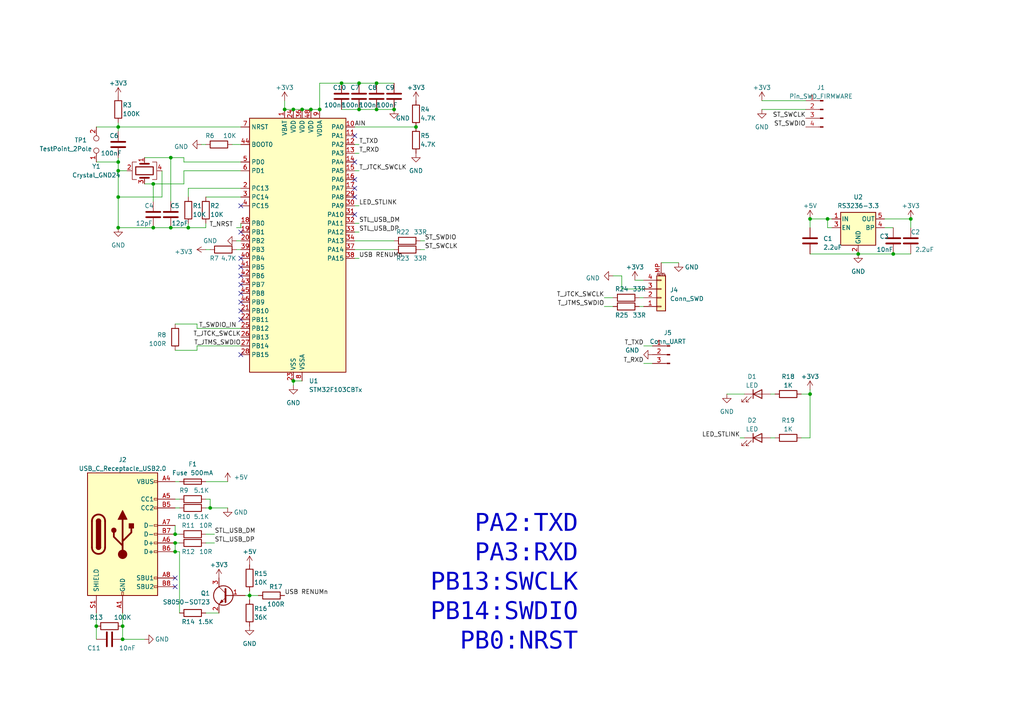
<source format=kicad_sch>
(kicad_sch (version 20230121) (generator eeschema)
  (paper "A4")
  (lib_symbols
    (symbol "Connector:Conn_01x03_Pin" (pin_names (offset 1.016) hide)
      (property "Reference" "J" (at 0 5.08 0))
      (property "Value" "Conn_01x03_Pin" (at 0 -5.08 0))
      (symbol "Conn_01x03_Pin_1_1"
        (polyline (pts (xy 1.27 -2.54) (xy 0.8636 -2.54)) (stroke (width 0.1524)))
        (polyline (pts (xy 1.27 0) (xy 0.8636 0)) (stroke (width 0.1524)))
        (polyline (pts (xy 1.27 2.54) (xy 0.8636 2.54)) (stroke (width 0.1524)))
        (rectangle (start 0.8636 -2.413) (end 0 -2.667) (stroke (width 0.1524)) (fill (type outline)))
        (rectangle (start 0.8636 0.127) (end 0 -0.127) (stroke (width 0.1524)) (fill (type outline)))
        (rectangle (start 0.8636 2.667) (end 0 2.413) (stroke (width 0.1524)) (fill (type outline)))
        (pin passive line (at 5.08 2.54 180) (length 3.81) (name "Pin_1") (number "1"))
        (pin passive line (at 5.08 0 180) (length 3.81) (name "Pin_2") (number "2"))
        (pin passive line (at 5.08 -2.54 180) (length 3.81) (name "Pin_3") (number "3"))
      )
    )
    (symbol "Connector:Conn_01x04_Pin" (pin_names (offset 1.016) hide)
      (property "Reference" "J" (at 0 5.08 0))
      (property "Value" "Conn_01x04_Pin" (at 0 -7.62 0))
      (symbol "Conn_01x04_Pin_1_1"
        (polyline (pts (xy 1.27 -5.08) (xy 0.8636 -5.08)) (stroke (width 0.1524)))
        (polyline (pts (xy 1.27 -2.54) (xy 0.8636 -2.54)) (stroke (width 0.1524)))
        (polyline (pts (xy 1.27 0) (xy 0.8636 0)) (stroke (width 0.1524)))
        (polyline (pts (xy 1.27 2.54) (xy 0.8636 2.54)) (stroke (width 0.1524)))
        (rectangle (start 0.8636 -4.953) (end 0 -5.207) (stroke (width 0.1524)) (fill (type outline)))
        (rectangle (start 0.8636 -2.413) (end 0 -2.667) (stroke (width 0.1524)) (fill (type outline)))
        (rectangle (start 0.8636 0.127) (end 0 -0.127) (stroke (width 0.1524)) (fill (type outline)))
        (rectangle (start 0.8636 2.667) (end 0 2.413) (stroke (width 0.1524)) (fill (type outline)))
        (pin passive line (at 5.08 2.54 180) (length 3.81) (name "Pin_1") (number "1"))
        (pin passive line (at 5.08 0 180) (length 3.81) (name "Pin_2") (number "2"))
        (pin passive line (at 5.08 -2.54 180) (length 3.81) (name "Pin_3") (number "3"))
        (pin passive line (at 5.08 -5.08 180) (length 3.81) (name "Pin_4") (number "4"))
      )
    )
    (symbol "Connector:TestPoint_2Pole" (pin_names (offset 0.762) hide)
      (property "Reference" "TP" (at 0 1.524 0))
      (property "Value" "TestPoint_2Pole" (at 0 -1.778 0))
      (symbol "TestPoint_2Pole_0_1"
        (circle (center -1.778 0) (radius 0.762))
        (circle (center 1.778 0) (radius 0.762))
        (pin passive line (at -5.08 0 0) (length 2.54) (name "1") (number "1"))
        (pin passive line (at 5.08 0 180) (length 2.54) (name "2") (number "2"))
      )
    )
    (symbol "Connector:USB_C_Receptacle_USB2.0" (pin_names (offset 1.016))
      (property "Reference" "J" (at -10.16 19.05 0))
      (property "Value" "USB_C_Receptacle_USB2.0" (at 19.05 19.05 0))
      (symbol "USB_C_Receptacle_USB2.0_0_0"
        (rectangle (start -0.254 -17.78) (end 0.254 -16.764))
        (rectangle (start 10.16 -14.986) (end 9.144 -15.494))
        (rectangle (start 10.16 -12.446) (end 9.144 -12.954))
        (rectangle (start 10.16 -4.826) (end 9.144 -5.334))
        (rectangle (start 10.16 -2.286) (end 9.144 -2.794))
        (rectangle (start 10.16 0.254) (end 9.144 -0.254))
        (rectangle (start 10.16 2.794) (end 9.144 2.286))
        (rectangle (start 10.16 7.874) (end 9.144 7.366))
        (rectangle (start 10.16 10.414) (end 9.144 9.906))
        (rectangle (start 10.16 15.494) (end 9.144 14.986))
      )
      (symbol "USB_C_Receptacle_USB2.0_0_1"
        (rectangle (start -10.16 17.78) (end 10.16 -17.78) (stroke (width 0.254)) (fill (type background)))
        (arc (start -8.89 -3.81) (mid -6.985 -5.7067) (end -5.08 -3.81) (stroke (width 0.508)))
        (arc (start -7.62 -3.81) (mid -6.985 -4.4423) (end -6.35 -3.81) (stroke (width 0.254)))
        (arc (start -7.62 -3.81) (mid -6.985 -4.4423) (end -6.35 -3.81) (stroke (width 0.254)) (fill (type outline)))
        (rectangle (start -7.62 -3.81) (end -6.35 3.81) (stroke (width 0.254)) (fill (type outline)))
        (arc (start -6.35 3.81) (mid -6.985 4.4423) (end -7.62 3.81) (stroke (width 0.254)))
        (arc (start -6.35 3.81) (mid -6.985 4.4423) (end -7.62 3.81) (stroke (width 0.254)) (fill (type outline)))
        (arc (start -5.08 3.81) (mid -6.985 5.7067) (end -8.89 3.81) (stroke (width 0.508)))
        (circle (center -2.54 1.143) (radius 0.635) (stroke (width 0.254)) (fill (type outline)))
        (circle (center 0 -5.842) (radius 1.27) (fill (type outline)))
        (polyline (pts (xy -8.89 -3.81) (xy -8.89 3.81)) (stroke (width 0.508)))
        (polyline (pts (xy -5.08 3.81) (xy -5.08 -3.81)) (stroke (width 0.508)))
        (polyline (pts (xy 0 -5.842) (xy 0 4.318)) (stroke (width 0.508)))
        (polyline (pts (xy 0 -3.302) (xy -2.54 -0.762) (xy -2.54 0.508)) (stroke (width 0.508)))
        (polyline (pts (xy 0 -2.032) (xy 2.54 0.508) (xy 2.54 1.778)) (stroke (width 0.508)))
        (polyline (pts (xy -1.27 4.318) (xy 0 6.858) (xy 1.27 4.318) (xy -1.27 4.318)) (stroke (width 0.254)) (fill (type outline)))
        (rectangle (start 1.905 1.778) (end 3.175 3.048) (stroke (width 0.254)) (fill (type outline)))
      )
      (symbol "USB_C_Receptacle_USB2.0_1_1"
        (pin passive line (at 0 -22.86 90) (length 5.08) (name "GND") (number "A1"))
        (pin passive line (at 0 -22.86 90) (length 5.08) hide (name "GND") (number "A12"))
        (pin passive line (at 15.24 15.24 180) (length 5.08) (name "VBUS") (number "A4"))
        (pin bidirectional line (at 15.24 10.16 180) (length 5.08) (name "CC1") (number "A5"))
        (pin bidirectional line (at 15.24 -2.54 180) (length 5.08) (name "D+") (number "A6"))
        (pin bidirectional line (at 15.24 2.54 180) (length 5.08) (name "D-") (number "A7"))
        (pin bidirectional line (at 15.24 -12.7 180) (length 5.08) (name "SBU1") (number "A8"))
        (pin passive line (at 15.24 15.24 180) (length 5.08) hide (name "VBUS") (number "A9"))
        (pin passive line (at 0 -22.86 90) (length 5.08) hide (name "GND") (number "B1"))
        (pin passive line (at 0 -22.86 90) (length 5.08) hide (name "GND") (number "B12"))
        (pin passive line (at 15.24 15.24 180) (length 5.08) hide (name "VBUS") (number "B4"))
        (pin bidirectional line (at 15.24 7.62 180) (length 5.08) (name "CC2") (number "B5"))
        (pin bidirectional line (at 15.24 -5.08 180) (length 5.08) (name "D+") (number "B6"))
        (pin bidirectional line (at 15.24 0 180) (length 5.08) (name "D-") (number "B7"))
        (pin bidirectional line (at 15.24 -15.24 180) (length 5.08) (name "SBU2") (number "B8"))
        (pin passive line (at 15.24 15.24 180) (length 5.08) hide (name "VBUS") (number "B9"))
        (pin passive line (at -7.62 -22.86 90) (length 5.08) (name "SHIELD") (number "S1"))
      )
    )
    (symbol "Connector_Generic_MountingPin:Conn_01x04_MountingPin" (pin_names (offset 1.016) hide)
      (property "Reference" "J" (at 0 5.08 0))
      (property "Value" "Conn_01x04_MountingPin" (at 1.27 -7.62 0))
      (symbol "Conn_01x04_MountingPin_1_1"
        (rectangle (start -1.27 -4.953) (end 0 -5.207) (stroke (width 0.1524)))
        (rectangle (start -1.27 -2.413) (end 0 -2.667) (stroke (width 0.1524)))
        (rectangle (start -1.27 0.127) (end 0 -0.127) (stroke (width 0.1524)))
        (rectangle (start -1.27 2.667) (end 0 2.413) (stroke (width 0.1524)))
        (rectangle (start -1.27 3.81) (end 1.27 -6.35) (stroke (width 0.254)) (fill (type background)))
        (polyline (pts (xy -1.016 -7.112) (xy 1.016 -7.112)) (stroke (width 0.1524)))
        (text "Mounting" (at 0 -6.731 0) (effects (font (size 0.381 0.381))))
        (pin passive line (at -5.08 2.54 0) (length 3.81) (name "Pin_1") (number "1"))
        (pin passive line (at -5.08 0 0) (length 3.81) (name "Pin_2") (number "2"))
        (pin passive line (at -5.08 -2.54 0) (length 3.81) (name "Pin_3") (number "3"))
        (pin passive line (at -5.08 -5.08 0) (length 3.81) (name "Pin_4") (number "4"))
        (pin passive line (at 0 -10.16 90) (length 3.048) (name "MountPin") (number "MP"))
      )
    )
    (symbol "Device:C" (pin_numbers hide) (pin_names (offset 0.254))
      (property "Reference" "C" (at 0.635 2.54 0))
      (property "Value" "C" (at 0.635 -2.54 0))
      (symbol "C_0_1"
        (polyline (pts (xy -2.032 -0.762) (xy 2.032 -0.762)) (stroke (width 0.508)))
        (polyline (pts (xy -2.032 0.762) (xy 2.032 0.762)) (stroke (width 0.508)))
      )
      (symbol "C_1_1"
        (pin passive line (at 0 3.81 270) (length 2.794) (name "~") (number "1"))
        (pin passive line (at 0 -3.81 90) (length 2.794) (name "~") (number "2"))
      )
    )
    (symbol "Device:Crystal_GND24" (pin_names (offset 1.016) hide)
      (property "Reference" "Y" (at 3.175 5.08 0))
      (property "Value" "Crystal_GND24" (at 3.175 3.175 0))
      (symbol "Crystal_GND24_0_1"
        (rectangle (start -1.143 2.54) (end 1.143 -2.54) (stroke (width 0.3048)))
        (polyline (pts (xy -2.54 0) (xy -2.032 0)))
        (polyline (pts (xy -2.032 -1.27) (xy -2.032 1.27)) (stroke (width 0.508)))
        (polyline (pts (xy 0 -3.81) (xy 0 -3.556)))
        (polyline (pts (xy 0 3.556) (xy 0 3.81)))
        (polyline (pts (xy 2.032 -1.27) (xy 2.032 1.27)) (stroke (width 0.508)))
        (polyline (pts (xy 2.032 0) (xy 2.54 0)))
        (polyline (pts (xy -2.54 -2.286) (xy -2.54 -3.556) (xy 2.54 -3.556) (xy 2.54 -2.286)))
        (polyline (pts (xy -2.54 2.286) (xy -2.54 3.556) (xy 2.54 3.556) (xy 2.54 2.286)))
      )
      (symbol "Crystal_GND24_1_1"
        (pin passive line (at -3.81 0 0) (length 1.27) (name "1") (number "1"))
        (pin passive line (at 0 5.08 270) (length 1.27) (name "2") (number "2"))
        (pin passive line (at 3.81 0 180) (length 1.27) (name "3") (number "3"))
        (pin passive line (at 0 -5.08 90) (length 1.27) (name "4") (number "4"))
      )
    )
    (symbol "Device:Fuse" (pin_numbers hide) (pin_names (offset 0))
      (property "Reference" "F" (at 2.032 0 90))
      (property "Value" "Fuse" (at -1.905 0 90))
      (symbol "Fuse_0_1"
        (rectangle (start -0.762 -2.54) (end 0.762 2.54) (stroke (width 0.254)))
        (polyline (pts (xy 0 2.54) (xy 0 -2.54)))
      )
      (symbol "Fuse_1_1"
        (pin passive line (at 0 3.81 270) (length 1.27) (name "~") (number "1"))
        (pin passive line (at 0 -3.81 90) (length 1.27) (name "~") (number "2"))
      )
    )
    (symbol "Device:LED" (pin_numbers hide) (pin_names (offset 1.016) hide)
      (property "Reference" "D" (at 0 2.54 0))
      (property "Value" "LED" (at 0 -2.54 0))
      (symbol "LED_0_1"
        (polyline (pts (xy -1.27 -1.27) (xy -1.27 1.27)) (stroke (width 0.254)))
        (polyline (pts (xy -1.27 0) (xy 1.27 0)))
        (polyline (pts (xy 1.27 -1.27) (xy 1.27 1.27) (xy -1.27 0) (xy 1.27 -1.27)) (stroke (width 0.254)))
        (polyline (pts (xy -3.048 -0.762) (xy -4.572 -2.286) (xy -3.81 -2.286) (xy -4.572 -2.286) (xy -4.572 -1.524)))
        (polyline (pts (xy -1.778 -0.762) (xy -3.302 -2.286) (xy -2.54 -2.286) (xy -3.302 -2.286) (xy -3.302 -1.524)))
      )
      (symbol "LED_1_1"
        (pin passive line (at -3.81 0 0) (length 2.54) (name "K") (number "1"))
        (pin passive line (at 3.81 0 180) (length 2.54) (name "A") (number "2"))
      )
    )
    (symbol "Device:R" (pin_numbers hide) (pin_names (offset 0))
      (property "Reference" "R" (at 2.032 0 90))
      (property "Value" "R" (at 0 0 90))
      (symbol "R_0_1"
        (rectangle (start -1.016 -2.54) (end 1.016 2.54) (stroke (width 0.254)))
      )
      (symbol "R_1_1"
        (pin passive line (at 0 3.81 270) (length 1.27) (name "~") (number "1"))
        (pin passive line (at 0 -3.81 90) (length 1.27) (name "~") (number "2"))
      )
    )
    (symbol "MCU_ST_STM32F1:STM32F103CBTx"
      (property "Reference" "U" (at -12.7 39.37 0))
      (property "Value" "STM32F103CBTx" (at 10.16 39.37 0))
      (symbol "STM32F103CBTx_0_1"
        (rectangle (start -12.7 -35.56) (end 15.24 38.1) (stroke (width 0.254)) (fill (type background)))
      )
      (symbol "STM32F103CBTx_1_1"
        (pin power_in line (at -2.54 40.64 270) (length 2.54) (name "VBAT") (number "1"))
        (pin bidirectional line (at 17.78 35.56 180) (length 2.54) (name "PA0") (number "10"))
        (pin bidirectional line (at 17.78 33.02 180) (length 2.54) (name "PA1") (number "11"))
        (pin bidirectional line (at 17.78 30.48 180) (length 2.54) (name "PA2") (number "12"))
        (pin bidirectional line (at 17.78 27.94 180) (length 2.54) (name "PA3") (number "13"))
        (pin bidirectional line (at 17.78 25.4 180) (length 2.54) (name "PA4") (number "14"))
        (pin bidirectional line (at 17.78 22.86 180) (length 2.54) (name "PA5") (number "15"))
        (pin bidirectional line (at 17.78 20.32 180) (length 2.54) (name "PA6") (number "16"))
        (pin bidirectional line (at 17.78 17.78 180) (length 2.54) (name "PA7") (number "17"))
        (pin bidirectional line (at -15.24 7.62 0) (length 2.54) (name "PB0") (number "18"))
        (pin bidirectional line (at -15.24 5.08 0) (length 2.54) (name "PB1") (number "19"))
        (pin bidirectional line (at -15.24 17.78 0) (length 2.54) (name "PC13") (number "2"))
        (pin bidirectional line (at -15.24 2.54 0) (length 2.54) (name "PB2") (number "20"))
        (pin bidirectional line (at -15.24 -17.78 0) (length 2.54) (name "PB10") (number "21"))
        (pin bidirectional line (at -15.24 -20.32 0) (length 2.54) (name "PB11") (number "22"))
        (pin power_in line (at 0 -38.1 90) (length 2.54) (name "VSS") (number "23"))
        (pin power_in line (at 0 40.64 270) (length 2.54) (name "VDD") (number "24"))
        (pin bidirectional line (at -15.24 -22.86 0) (length 2.54) (name "PB12") (number "25"))
        (pin bidirectional line (at -15.24 -25.4 0) (length 2.54) (name "PB13") (number "26"))
        (pin bidirectional line (at -15.24 -27.94 0) (length 2.54) (name "PB14") (number "27"))
        (pin bidirectional line (at -15.24 -30.48 0) (length 2.54) (name "PB15") (number "28"))
        (pin bidirectional line (at 17.78 15.24 180) (length 2.54) (name "PA8") (number "29"))
        (pin bidirectional line (at -15.24 15.24 0) (length 2.54) (name "PC14") (number "3"))
        (pin bidirectional line (at 17.78 12.7 180) (length 2.54) (name "PA9") (number "30"))
        (pin bidirectional line (at 17.78 10.16 180) (length 2.54) (name "PA10") (number "31"))
        (pin bidirectional line (at 17.78 7.62 180) (length 2.54) (name "PA11") (number "32"))
        (pin bidirectional line (at 17.78 5.08 180) (length 2.54) (name "PA12") (number "33"))
        (pin bidirectional line (at 17.78 2.54 180) (length 2.54) (name "PA13") (number "34"))
        (pin passive line (at 0 -38.1 90) (length 2.54) hide (name "VSS") (number "35"))
        (pin power_in line (at 2.54 40.64 270) (length 2.54) (name "VDD") (number "36"))
        (pin bidirectional line (at 17.78 0 180) (length 2.54) (name "PA14") (number "37"))
        (pin bidirectional line (at 17.78 -2.54 180) (length 2.54) (name "PA15") (number "38"))
        (pin bidirectional line (at -15.24 0 0) (length 2.54) (name "PB3") (number "39"))
        (pin bidirectional line (at -15.24 12.7 0) (length 2.54) (name "PC15") (number "4"))
        (pin bidirectional line (at -15.24 -2.54 0) (length 2.54) (name "PB4") (number "40"))
        (pin bidirectional line (at -15.24 -5.08 0) (length 2.54) (name "PB5") (number "41"))
        (pin bidirectional line (at -15.24 -7.62 0) (length 2.54) (name "PB6") (number "42"))
        (pin bidirectional line (at -15.24 -10.16 0) (length 2.54) (name "PB7") (number "43"))
        (pin input line (at -15.24 30.48 0) (length 2.54) (name "BOOT0") (number "44"))
        (pin bidirectional line (at -15.24 -12.7 0) (length 2.54) (name "PB8") (number "45"))
        (pin bidirectional line (at -15.24 -15.24 0) (length 2.54) (name "PB9") (number "46"))
        (pin passive line (at 0 -38.1 90) (length 2.54) hide (name "VSS") (number "47"))
        (pin power_in line (at 5.08 40.64 270) (length 2.54) (name "VDD") (number "48"))
        (pin bidirectional line (at -15.24 25.4 0) (length 2.54) (name "PD0") (number "5"))
        (pin bidirectional line (at -15.24 22.86 0) (length 2.54) (name "PD1") (number "6"))
        (pin input line (at -15.24 35.56 0) (length 2.54) (name "NRST") (number "7"))
        (pin power_in line (at 2.54 -38.1 90) (length 2.54) (name "VSSA") (number "8"))
        (pin power_in line (at 7.62 40.64 270) (length 2.54) (name "VDDA") (number "9"))
      )
    )
    (symbol "Regulator_Linear:SPX3819M5-L-3-3" (pin_names (offset 0.254))
      (property "Reference" "U" (at -3.81 5.715 0))
      (property "Value" "SPX3819M5-L-3-3" (at 0 5.715 0))
      (symbol "SPX3819M5-L-3-3_0_1"
        (rectangle (start -5.08 4.445) (end 5.08 -5.08) (stroke (width 0.254)) (fill (type background)))
      )
      (symbol "SPX3819M5-L-3-3_1_1"
        (pin power_in line (at -7.62 2.54 0) (length 2.54) (name "IN") (number "1"))
        (pin power_in line (at 0 -7.62 90) (length 2.54) (name "GND") (number "2"))
        (pin input line (at -7.62 0 0) (length 2.54) (name "EN") (number "3"))
        (pin input line (at 7.62 0 180) (length 2.54) (name "BP") (number "4"))
        (pin power_out line (at 7.62 2.54 180) (length 2.54) (name "OUT") (number "5"))
      )
    )
    (symbol "Transistor_BJT:BC817" (pin_names (offset 0) hide)
      (property "Reference" "Q" (at 5.08 1.905 0))
      (property "Value" "BC817" (at 5.08 0 0))
      (symbol "BC817_0_1"
        (polyline (pts (xy 0.635 0.635) (xy 2.54 2.54)))
        (polyline (pts (xy 0.635 -0.635) (xy 2.54 -2.54) (xy 2.54 -2.54)))
        (polyline (pts (xy 0.635 1.905) (xy 0.635 -1.905) (xy 0.635 -1.905)) (stroke (width 0.508)))
        (polyline (pts (xy 1.27 -1.778) (xy 1.778 -1.27) (xy 2.286 -2.286) (xy 1.27 -1.778) (xy 1.27 -1.778)) (fill (type outline)))
        (circle (center 1.27 0) (radius 2.8194) (stroke (width 0.254)))
      )
      (symbol "BC817_1_1"
        (pin input line (at -5.08 0 0) (length 5.715) (name "B") (number "1"))
        (pin passive line (at 2.54 -5.08 90) (length 2.54) (name "E") (number "2"))
        (pin passive line (at 2.54 5.08 270) (length 2.54) (name "C") (number "3"))
      )
    )
    (symbol "power:+3V3" (power) (pin_names (offset 0))
      (property "Value" "+3V3" (at 0 3.556 0))
      (symbol "+3V3_0_1"
        (polyline (pts (xy -0.762 1.27) (xy 0 2.54)))
        (polyline (pts (xy 0 0) (xy 0 2.54)))
        (polyline (pts (xy 0 2.54) (xy 0.762 1.27)))
      )
      (symbol "+3V3_1_1"
        (pin power_in line (at 0 0 90) (length 0) hide (name "+3V3") (number "1"))
      )
    )
    (symbol "power:+5V" (power) (pin_names (offset 0))
      (property "Value" "+5V" (at 0 3.556 0))
      (symbol "+5V_0_1"
        (polyline (pts (xy -0.762 1.27) (xy 0 2.54)))
        (polyline (pts (xy 0 0) (xy 0 2.54)))
        (polyline (pts (xy 0 2.54) (xy 0.762 1.27)))
      )
      (symbol "+5V_1_1"
        (pin power_in line (at 0 0 90) (length 0) hide (name "+5V") (number "1"))
      )
    )
    (symbol "power:GND" (power) (pin_names (offset 0))
      (property "Value" "GND" (at 0 -3.81 0))
      (symbol "GND_0_1"
        (polyline (pts (xy 0 0) (xy 0 -1.27) (xy 1.27 -1.27) (xy 0 -2.54) (xy -1.27 -1.27) (xy 0 -1.27)))
      )
      (symbol "GND_1_1"
        (pin power_in line (at 0 0 270) (length 0) hide (name "GND") (number "1"))
      )
    )
  )
  (junction (at 92.71 31.75))
  (junction (at 104.14 31.75))
  (junction (at 99.06 24.13))
  (junction (at 50.8 157.48))
  (junction (at 109.22 24.13))
  (junction (at 35.56 181.61))
  (junction (at 49.53 66.04))
  (junction (at 259.08 73.66))
  (junction (at 72.39 172.72))
  (junction (at 34.29 49.53))
  (junction (at 35.56 185.42))
  (junction (at 50.8 160.02))
  (junction (at 264.16 63.5))
  (junction (at 90.17 31.75))
  (junction (at 248.92 73.66))
  (junction (at 54.61 66.04))
  (junction (at 44.45 66.04))
  (junction (at 104.14 24.13))
  (junction (at 60.96 147.32))
  (junction (at 50.8 154.94))
  (junction (at 234.95 63.5))
  (junction (at 240.03 63.5))
  (junction (at 120.65 36.83))
  (junction (at 82.55 31.75))
  (junction (at 34.29 66.04))
  (junction (at 85.09 110.49))
  (junction (at 234.95 114.3))
  (junction (at 27.94 181.61))
  (junction (at 49.53 45.72))
  (junction (at 85.09 31.75))
  (junction (at 34.29 36.83))
  (junction (at 109.22 31.75))
  (junction (at 44.45 53.34))
  (junction (at 34.29 57.15))
  (junction (at 87.63 31.75))
  (junction (at 34.29 46.99))
  (junction (at 114.3 31.75))
  (no_connect (at 102.87 57.15))
  (no_connect (at 102.87 39.37))
  (no_connect (at 69.85 87.63))
  (no_connect (at 69.85 102.87))
  (no_connect (at 50.8 170.18))
  (no_connect (at 69.85 85.09))
  (no_connect (at 69.85 92.71))
  (no_connect (at 102.87 46.99))
  (no_connect (at 102.87 52.07))
  (no_connect (at 69.85 74.93))
  (no_connect (at 69.85 59.69))
  (no_connect (at 69.85 80.01))
  (no_connect (at 50.8 167.64))
  (no_connect (at 69.85 77.47))
  (no_connect (at 69.85 82.55))
  (no_connect (at 69.85 90.17))
  (no_connect (at 102.87 62.23))
  (no_connect (at 102.87 54.61))
  (no_connect (at 69.85 67.31))
  (wire (pts (xy 90.17 31.75) (xy 92.71 31.75)))
  (wire (pts (xy 59.69 157.48) (xy 62.23 157.48)))
  (wire (pts (xy 72.39 172.72) (xy 74.93 172.72)))
  (wire (pts (xy 53.34 45.72) (xy 49.53 45.72)))
  (wire (pts (xy 220.98 29.21) (xy 233.68 29.21)))
  (wire (pts (xy 54.61 64.77) (xy 54.61 66.04)))
  (wire (pts (xy 53.34 46.99) (xy 69.85 46.99)))
  (wire (pts (xy 234.95 63.5) (xy 234.95 66.04)))
  (wire (pts (xy 220.98 31.75) (xy 233.68 31.75)))
  (wire (pts (xy 71.12 172.72) (xy 72.39 172.72)))
  (wire (pts (xy 104.14 31.75) (xy 109.22 31.75)))
  (wire (pts (xy 180.34 83.82) (xy 186.69 83.82)))
  (wire (pts (xy 34.29 35.56) (xy 34.29 36.83)))
  (wire (pts (xy 52.07 160.02) (xy 50.8 160.02)))
  (wire (pts (xy 67.31 41.91) (xy 69.85 41.91)))
  (wire (pts (xy 185.42 88.9) (xy 186.69 88.9)))
  (wire (pts (xy 46.99 49.53) (xy 46.99 57.15)))
  (wire (pts (xy 50.8 152.4) (xy 50.8 154.94)))
  (wire (pts (xy 52.07 154.94) (xy 50.8 154.94)))
  (wire (pts (xy 36.83 49.53) (xy 34.29 49.53)))
  (wire (pts (xy 53.34 46.99) (xy 53.34 45.72)))
  (wire (pts (xy 60.96 147.32) (xy 66.04 147.32)))
  (wire (pts (xy 41.91 53.34) (xy 44.45 53.34)))
  (wire (pts (xy 87.63 31.75) (xy 90.17 31.75)))
  (wire (pts (xy 34.29 66.04) (xy 44.45 66.04)))
  (wire (pts (xy 46.99 57.15) (xy 34.29 57.15)))
  (wire (pts (xy 50.8 157.48) (xy 52.07 157.48)))
  (wire (pts (xy 35.56 181.61) (xy 35.56 185.42)))
  (wire (pts (xy 123.19 72.39) (xy 121.92 72.39)))
  (wire (pts (xy 34.29 36.83) (xy 69.85 36.83)))
  (wire (pts (xy 59.69 72.39) (xy 60.96 72.39)))
  (wire (pts (xy 50.8 157.48) (xy 50.8 160.02)))
  (wire (pts (xy 69.85 54.61) (xy 54.61 54.61)))
  (wire (pts (xy 59.69 177.8) (xy 63.5 177.8)))
  (wire (pts (xy 175.26 88.9) (xy 177.8 88.9)))
  (wire (pts (xy 85.09 31.75) (xy 87.63 31.75)))
  (wire (pts (xy 59.69 139.7) (xy 66.04 139.7)))
  (wire (pts (xy 34.29 66.04) (xy 34.29 57.15)))
  (wire (pts (xy 184.15 81.28) (xy 186.69 81.28)))
  (wire (pts (xy 123.19 69.85) (xy 121.92 69.85)))
  (wire (pts (xy 34.29 45.72) (xy 34.29 46.99)))
  (wire (pts (xy 34.29 46.99) (xy 34.29 49.53)))
  (wire (pts (xy 104.14 67.31) (xy 102.87 67.31)))
  (wire (pts (xy 214.63 127) (xy 215.9 127)))
  (wire (pts (xy 59.69 66.04) (xy 59.69 64.77)))
  (wire (pts (xy 72.39 172.72) (xy 72.39 173.99)))
  (wire (pts (xy 104.14 24.13) (xy 99.06 24.13)))
  (wire (pts (xy 44.45 53.34) (xy 44.45 58.42)))
  (wire (pts (xy 59.69 144.78) (xy 60.96 144.78)))
  (wire (pts (xy 57.15 95.25) (xy 69.85 95.25)))
  (wire (pts (xy 60.96 144.78) (xy 60.96 147.32)))
  (wire (pts (xy 49.53 45.72) (xy 49.53 58.42)))
  (wire (pts (xy 210.82 114.3) (xy 215.9 114.3)))
  (wire (pts (xy 57.15 100.33) (xy 69.85 100.33)))
  (wire (pts (xy 234.95 113.03) (xy 234.95 114.3)))
  (wire (pts (xy 27.94 181.61) (xy 27.94 185.42)))
  (wire (pts (xy 35.56 185.42) (xy 41.91 185.42)))
  (wire (pts (xy 264.16 63.5) (xy 264.16 66.04)))
  (wire (pts (xy 35.56 177.8) (xy 35.56 181.61)))
  (wire (pts (xy 50.8 144.78) (xy 52.07 144.78)))
  (wire (pts (xy 50.8 139.7) (xy 52.07 139.7)))
  (wire (pts (xy 240.03 66.04) (xy 240.03 63.5)))
  (wire (pts (xy 57.15 93.98) (xy 57.15 95.25)))
  (wire (pts (xy 72.39 171.45) (xy 72.39 172.72)))
  (wire (pts (xy 50.8 93.98) (xy 57.15 93.98)))
  (wire (pts (xy 82.55 31.75) (xy 85.09 31.75)))
  (wire (pts (xy 234.95 114.3) (xy 232.41 114.3)))
  (wire (pts (xy 186.69 100.33) (xy 189.23 100.33)))
  (wire (pts (xy 234.95 127) (xy 234.95 114.3)))
  (wire (pts (xy 241.3 66.04) (xy 240.03 66.04)))
  (wire (pts (xy 53.34 49.53) (xy 69.85 49.53)))
  (wire (pts (xy 175.26 86.36) (xy 177.8 86.36)))
  (wire (pts (xy 99.06 24.13) (xy 92.71 24.13)))
  (wire (pts (xy 69.85 57.15) (xy 59.69 57.15)))
  (wire (pts (xy 102.87 36.83) (xy 120.65 36.83)))
  (wire (pts (xy 104.14 41.91) (xy 102.87 41.91)))
  (wire (pts (xy 68.58 72.39) (xy 69.85 72.39)))
  (wire (pts (xy 59.69 147.32) (xy 60.96 147.32)))
  (wire (pts (xy 234.95 63.5) (xy 240.03 63.5)))
  (wire (pts (xy 69.85 66.04) (xy 69.85 64.77)))
  (wire (pts (xy 104.14 59.69) (xy 102.87 59.69)))
  (wire (pts (xy 27.94 36.83) (xy 34.29 36.83)))
  (wire (pts (xy 104.14 49.53) (xy 102.87 49.53)))
  (wire (pts (xy 223.52 127) (xy 224.79 127)))
  (wire (pts (xy 177.8 80.01) (xy 180.34 80.01)))
  (wire (pts (xy 240.03 63.5) (xy 241.3 63.5)))
  (wire (pts (xy 180.34 80.01) (xy 180.34 83.82)))
  (wire (pts (xy 92.71 24.13) (xy 92.71 31.75)))
  (wire (pts (xy 256.54 63.5) (xy 264.16 63.5)))
  (wire (pts (xy 232.41 127) (xy 234.95 127)))
  (wire (pts (xy 224.79 114.3) (xy 223.52 114.3)))
  (wire (pts (xy 68.58 66.04) (xy 69.85 66.04)))
  (wire (pts (xy 104.14 44.45) (xy 102.87 44.45)))
  (wire (pts (xy 62.23 154.94) (xy 59.69 154.94)))
  (wire (pts (xy 85.09 110.49) (xy 85.09 111.76)))
  (wire (pts (xy 256.54 66.04) (xy 259.08 66.04)))
  (wire (pts (xy 248.92 73.66) (xy 259.08 73.66)))
  (wire (pts (xy 82.55 29.21) (xy 82.55 31.75)))
  (wire (pts (xy 52.07 177.8) (xy 52.07 160.02)))
  (wire (pts (xy 53.34 53.34) (xy 53.34 49.53)))
  (wire (pts (xy 109.22 31.75) (xy 114.3 31.75)))
  (wire (pts (xy 49.53 66.04) (xy 54.61 66.04)))
  (wire (pts (xy 104.14 74.93) (xy 102.87 74.93)))
  (wire (pts (xy 102.87 64.77) (xy 104.14 64.77)))
  (wire (pts (xy 259.08 73.66) (xy 264.16 73.66)))
  (wire (pts (xy 27.94 177.8) (xy 27.94 181.61)))
  (wire (pts (xy 109.22 24.13) (xy 104.14 24.13)))
  (wire (pts (xy 50.8 101.6) (xy 57.15 101.6)))
  (wire (pts (xy 186.69 105.41) (xy 189.23 105.41)))
  (wire (pts (xy 68.58 69.85) (xy 69.85 69.85)))
  (wire (pts (xy 58.42 41.91) (xy 59.69 41.91)))
  (wire (pts (xy 185.42 86.36) (xy 186.69 86.36)))
  (wire (pts (xy 85.09 110.49) (xy 87.63 110.49)))
  (wire (pts (xy 49.53 45.72) (xy 41.91 45.72)))
  (wire (pts (xy 44.45 53.34) (xy 53.34 53.34)))
  (wire (pts (xy 27.94 46.99) (xy 34.29 46.99)))
  (wire (pts (xy 114.3 24.13) (xy 109.22 24.13)))
  (wire (pts (xy 54.61 54.61) (xy 54.61 57.15)))
  (wire (pts (xy 54.61 66.04) (xy 59.69 66.04)))
  (wire (pts (xy 44.45 66.04) (xy 49.53 66.04)))
  (wire (pts (xy 114.3 69.85) (xy 102.87 69.85)))
  (wire (pts (xy 234.95 73.66) (xy 248.92 73.66)))
  (wire (pts (xy 99.06 31.75) (xy 104.14 31.75)))
  (wire (pts (xy 114.3 72.39) (xy 102.87 72.39)))
  (wire (pts (xy 50.8 147.32) (xy 52.07 147.32)))
  (wire (pts (xy 191.77 76.2) (xy 196.85 76.2)))
  (wire (pts (xy 57.15 101.6) (xy 57.15 100.33)))
  (wire (pts (xy 34.29 49.53) (xy 34.29 57.15)))
  (wire (pts (xy 34.29 36.83) (xy 34.29 38.1)))
  (text "PA2:TXD\nPA3:RXD\nPB13:SWCLK\nPB14:SWDIO\nPB0:NRST" (at 167.64 190.5 0) (effects (font (size 5.08 5.08) italic) (justify right bottom)))
  (label "STL_USB_DM" (at 104.14 64.77 0))
  (label "STL_USB_DP" (at 104.14 67.31 0))
  (label "T_NRST " (at 68.58 66.04 180))
  (label "T_JTMS_SWDIO" (at 69.85 100.33 180))
  (label "T_JTCK_SWCLK" (at 104.14 49.53 0))
  (label "LED_STLINK" (at 214.63 127 180))
  (label "ST_SWCLK" (at 123.19 72.39 0))
  (label "T_SWDIO_IN" (at 68.58 95.25 180))
  (label "USB RENUMn" (at 104.14 74.93 0))
  (label "AIN" (at 102.87 36.83 0))
  (label "T_JTCK_SWCLK" (at 69.85 97.79 180))
  (label "T_RXD" (at 104.14 44.45 0))
  (label "ST_SWDIO" (at 233.68 36.83 180))
  (label "T_JTMS_SWDIO" (at 175.26 88.9 180))
  (label "T_RXD" (at 186.69 105.41 180))
  (label "ST_SWDIO" (at 123.19 69.85 0))
  (label "T_TXD" (at 186.69 100.33 180))
  (label "USB RENUMn" (at 82.55 172.72 0))
  (label "LED_STLINK" (at 104.14 59.69 0))
  (label "STL_USB_DM" (at 62.23 154.94 0))
  (label "ST_SWCLK" (at 233.68 34.29 180))
  (label "T_TXD" (at 104.14 41.91 0))
  (label "STL_USB_DP" (at 62.23 157.48 0))
  (label "T_JTCK_SWCLK" (at 175.26 86.36 180))
  (symbol (lib_id "power:+3V3") (at 34.29 27.94 0) (unit 1)
    (property "Reference" "#PWR07" (effects hide))
    (property "Value" "+3V3" (at 34.29 24.13 0))
  )
  (symbol (lib_id "Device:C") (at 31.75 185.42 90) (mirror x) (unit 1)
    (property "Reference" "C11" (at 29.21 187.96 90) (effects (justify left)))
    (property "Value" "10nF" (at 39.37 187.96 90) (effects (justify left)))
    (property "Footprint" "Capacitor_SMD:C_0603_1608Metric" (effects hide))
  )
  (symbol (lib_id "Device:R") (at 55.88 157.48 90) (mirror x) (unit 1)
    (property "Reference" "R12" (at 54.61 160.02 90))
    (property "Value" "10R" (at 59.69 160.02 90))
    (property "Footprint" "Resistor_SMD:R_0603_1608Metric" (effects hide))
  )
  (symbol (lib_id "Device:R") (at 34.29 31.75 0) (unit 1)
    (property "Reference" "R3" (at 35.56 30.48 0) (effects (justify left)))
    (property "Value" "100K" (at 35.56 33.02 0) (effects (justify left)))
    (property "Footprint" "Resistor_SMD:R_0603_1608Metric" (effects hide))
  )
  (symbol (lib_id "power:GND") (at 196.85 76.2 0) (unit 1)
    (property "Reference" "#PWR029" (effects hide))
    (property "Value" "GND" (at 200.66 77.47 0))
  )
  (symbol (lib_id "power:+3V3") (at 184.15 81.28 0) (unit 1)
    (property "Reference" "#PWR027" (effects hide))
    (property "Value" "+3V3" (at 184.15 77.47 0))
  )
  (symbol (lib_id "Device:R") (at 118.11 69.85 90) (unit 1)
    (property "Reference" "R22" (at 116.84 67.31 90))
    (property "Value" "33R" (at 121.92 67.31 90))
    (property "Footprint" "Resistor_SMD:R_0603_1608Metric" (effects hide))
  )
  (symbol (lib_id "power:+5V") (at 234.95 63.5 0) (unit 1)
    (property "Reference" "#PWR01" (effects hide))
    (property "Value" "+5V" (at 234.95 59.69 0))
  )
  (symbol (lib_id "Device:R") (at 228.6 127 90) (unit 1)
    (property "Reference" "R19" (at 228.6 121.92 90))
    (property "Value" "1K" (at 228.6 124.46 90))
    (property "Footprint" "Resistor_SMD:R_0603_1608Metric" (effects hide))
  )
  (symbol (lib_id "power:GND") (at 41.91 185.42 90) (unit 1)
    (property "Reference" "#PWR016" (effects hide))
    (property "Value" "GND" (at 46.99 185.42 90))
  )
  (symbol (lib_id "Device:C") (at 49.53 62.23 0) (mirror y) (unit 1)
    (property "Reference" "C5" (at 52.07 59.69 0) (effects (justify left)))
    (property "Value" "12pF" (at 54.61 64.77 0) (effects (justify left)))
    (property "Footprint" "Capacitor_SMD:C_0603_1608Metric" (effects hide))
  )
  (symbol (lib_id "Device:R") (at 63.5 41.91 90) (unit 1)
    (property "Reference" "R6" (at 62.23 39.37 90) (effects (justify left)))
    (property "Value" "10K" (at 68.58 39.37 90) (effects (justify left)))
    (property "Footprint" "Resistor_SMD:R_0603_1608Metric" (effects hide))
  )
  (symbol (lib_id "power:GND") (at 210.82 114.3 0) (mirror y) (unit 1)
    (property "Reference" "#PWR021" (effects hide))
    (property "Value" "GND" (at 210.82 119.38 0))
  )
  (symbol (lib_id "Device:R") (at 50.8 97.79 0) (mirror y) (unit 1)
    (property "Reference" "R8" (at 48.26 97.155 0) (effects (justify left)))
    (property "Value" "100R" (at 48.26 99.695 0) (effects (justify left)))
    (property "Footprint" "Resistor_SMD:R_0603_1608Metric" (effects hide))
  )
  (symbol (lib_id "Transistor_BJT:BC817") (at 66.04 172.72 0) (mirror y) (unit 1)
    (property "Reference" "Q1" (at 60.96 172.085 0) (effects (justify left)))
    (property "Value" "S8050-SOT23" (at 60.96 174.625 0) (effects (justify left)))
    (property "Footprint" "Package_TO_SOT_SMD:SOT-23" (effects hide))
    (property "Datasheet" "https://www.onsemi.com/pub/Collateral/BC818-D.pdf" (effects hide))
  )
  (symbol (lib_id "Device:R") (at 120.65 33.02 0) (unit 1)
    (property "Reference" "R4" (at 121.92 31.75 0) (effects (justify left)))
    (property "Value" "4.7K" (at 121.92 34.29 0) (effects (justify left)))
    (property "Footprint" "Resistor_SMD:R_0603_1608Metric" (effects hide))
  )
  (symbol (lib_id "power:GND") (at 120.65 44.45 0) (unit 1)
    (property "Reference" "#PWR09" (effects hide))
    (property "Value" "GND" (at 120.65 49.53 0))
  )
  (symbol (lib_id "Device:C") (at 259.08 69.85 0) (mirror y) (unit 1)
    (property "Reference" "C3" (at 257.81 68.58 0) (effects (justify left)))
    (property "Value" "10nF" (at 259.08 72.39 0) (effects (justify left)))
    (property "Footprint" "Capacitor_SMD:C_0603_1608Metric" (effects hide))
  )
  (symbol (lib_id "Device:R") (at 228.6 114.3 90) (unit 1)
    (property "Reference" "R18" (at 228.6 109.22 90))
    (property "Value" "1K" (at 228.6 111.76 90))
    (property "Footprint" "Resistor_SMD:R_0603_1608Metric" (effects hide))
  )
  (symbol (lib_id "power:GND") (at 248.92 73.66 0) (unit 1)
    (property "Reference" "#PWR02" (effects hide))
    (property "Value" "GND" (at 248.92 78.74 0))
  )
  (symbol (lib_id "power:+3V3") (at 264.16 63.5 0) (unit 1)
    (property "Reference" "#PWR03" (effects hide))
    (property "Value" "+3V3" (at 264.16 59.69 0))
  )
  (symbol (lib_id "Device:R") (at 55.88 144.78 90) (unit 1)
    (property "Reference" "R9" (at 53.34 142.24 90))
    (property "Value" "5.1K" (at 58.42 142.24 90))
    (property "Footprint" "Resistor_SMD:R_0603_1608Metric" (effects hide))
  )
  (symbol (lib_id "power:+5V") (at 66.04 139.7 0) (unit 1)
    (property "Reference" "#PWR015" (effects hide))
    (property "Value" "+5V" (at 69.85 138.43 0))
  )
  (symbol (lib_id "Device:R") (at 64.77 72.39 90) (unit 1)
    (property "Reference" "R7" (at 63.5 74.93 90) (effects (justify left)))
    (property "Value" "4.7K" (at 68.58 74.93 90) (effects (justify left)))
    (property "Footprint" "Resistor_SMD:R_0603_1608Metric" (effects hide))
  )
  (symbol (lib_id "power:GND") (at 72.39 181.61 0) (unit 1)
    (property "Reference" "#PWR019" (effects hide))
    (property "Value" "GND" (at 72.39 186.69 0))
  )
  (symbol (lib_id "power:GND") (at 220.98 31.75 0) (unit 1)
    (property "Reference" "#PWR023" (effects hide))
    (property "Value" "GND" (at 220.98 36.83 0))
  )
  (symbol (lib_id "Device:LED") (at 219.71 114.3 0) (unit 1)
    (property "Reference" "D1" (at 218.1225 109.22 0))
    (property "Value" "LED" (at 218.1225 111.76 0))
    (property "Footprint" "LED_SMD:LED_0603_1608Metric" (effects hide))
  )
  (symbol (lib_id "Device:R") (at 55.88 154.94 90) (unit 1)
    (property "Reference" "R11" (at 54.61 152.4 90))
    (property "Value" "10R" (at 59.69 152.4 90))
    (property "Footprint" "Resistor_SMD:R_0603_1608Metric" (effects hide))
  )
  (symbol (lib_id "Regulator_Linear:SPX3819M5-L-3-3") (at 248.92 66.04 0) (unit 1)
    (property "Reference" "U2" (at 248.92 57.15 0))
    (property "Value" "RS3236-3.3" (at 248.92 59.69 0))
    (property "Footprint" "Package_TO_SOT_SMD:SOT-23-5" (effects hide))
    (property "Datasheet" "https://www.exar.com/content/document.ashx?id=22106&languageid=1033&type=Datasheet&partnumber=SPX3819&filename=SPX3819.pdf&part=SPX3819" (effects hide))
  )
  (symbol (lib_id "Device:Crystal_GND24") (at 41.91 49.53 90) (mirror x) (unit 1)
    (property "Reference" "Y1" (at 27.94 48.26 90))
    (property "Value" "Crystal_GND24" (at 27.94 50.8 90))
    (property "Footprint" "Crystal:Crystal_SMD_3225-4Pin_3.2x2.5mm" (effects hide))
  )
  (symbol (lib_id "Connector:Conn_01x03_Pin") (at 194.31 102.87 0) (mirror y) (unit 1)
    (property "Reference" "J5" (at 193.675 96.52 0))
    (property "Value" "Conn_UART" (at 193.675 99.06 0))
    (property "Footprint" "Connector_PinHeader_2.54mm:PinHeader_1x03_P2.54mm_Vertical" (effects hide))
  )
  (symbol (lib_id "power:GND") (at 58.42 41.91 270) (unit 1)
    (property "Reference" "#PWR011" (effects hide))
    (property "Value" "GND" (at 54.61 42.545 90) (effects (justify right)))
  )
  (symbol (lib_id "power:+3V3") (at 234.95 113.03 0) (mirror y) (unit 1)
    (property "Reference" "#PWR020" (effects hide))
    (property "Value" "+3V3" (at 234.95 109.22 0))
  )
  (symbol (lib_id "Device:R") (at 181.61 86.36 90) (unit 1)
    (property "Reference" "R24" (at 180.34 83.82 90))
    (property "Value" "33R" (at 185.42 83.82 90))
    (property "Footprint" "Resistor_SMD:R_0603_1608Metric" (effects hide))
  )
  (symbol (lib_id "power:GND") (at 114.3 31.75 0) (unit 1)
    (property "Reference" "#PWR013" (effects hide))
    (property "Value" "GND" (at 116.84 34.29 0))
  )
  (symbol (lib_id "Device:R") (at 59.69 60.96 0) (unit 1)
    (property "Reference" "R2" (at 60.96 59.69 0) (effects (justify left)))
    (property "Value" "10K" (at 60.96 62.23 0) (effects (justify left)))
    (property "Footprint" "Resistor_SMD:R_0603_1608Metric" (effects hide))
  )
  (symbol (lib_id "power:+3V3") (at 120.65 29.21 0) (unit 1)
    (property "Reference" "#PWR08" (effects hide))
    (property "Value" "+3V3" (at 120.65 25.4 0))
  )
  (symbol (lib_id "Device:C") (at 114.3 27.94 0) (unit 1)
    (property "Reference" "C9" (at 111.76 25.4 0) (effects (justify left)))
    (property "Value" "100nF" (at 109.22 30.48 0) (effects (justify left)))
    (property "Footprint" "Capacitor_SMD:C_0603_1608Metric" (effects hide))
  )
  (symbol (lib_id "Device:C") (at 99.06 27.94 0) (unit 1)
    (property "Reference" "C10" (at 96.52 25.4 0) (effects (justify left)))
    (property "Value" "100nF" (at 93.98 30.48 0) (effects (justify left)))
    (property "Footprint" "Capacitor_SMD:C_0603_1608Metric" (effects hide))
  )
  (symbol (lib_id "Device:Fuse") (at 55.88 139.7 90) (unit 1)
    (property "Reference" "F1" (at 55.88 134.62 90))
    (property "Value" "Fuse 500mA" (at 55.88 137.16 90))
    (property "Footprint" "Fuse:Fuse_0805_2012Metric" (effects hide))
  )
  (symbol (lib_id "Device:R") (at 55.88 147.32 90) (mirror x) (unit 1)
    (property "Reference" "R10" (at 53.34 149.86 90))
    (property "Value" "5.1K" (at 58.42 149.86 90))
    (property "Footprint" "Resistor_SMD:R_0603_1608Metric" (effects hide))
  )
  (symbol (lib_id "Device:R") (at 118.11 72.39 90) (mirror x) (unit 1)
    (property "Reference" "R23" (at 116.84 74.93 90))
    (property "Value" "33R" (at 121.92 74.93 90))
    (property "Footprint" "Resistor_SMD:R_0603_1608Metric" (effects hide))
  )
  (symbol (lib_id "MCU_ST_STM32F1:STM32F103CBTx") (at 85.09 72.39 0) (unit 1)
    (property "Reference" "U1" (at 89.5859 110.49 0) (effects (justify left)))
    (property "Value" "STM32F103CBTx" (at 89.5859 113.03 0) (effects (justify left)))
    (property "Footprint" "Package_QFP:LQFP-48_7x7mm_P0.5mm" (effects hide))
    (property "Datasheet" "https://www.st.com/resource/en/datasheet/stm32f103cb.pdf" (effects hide))
  )
  (symbol (lib_id "Connector:TestPoint_2Pole") (at 27.94 41.91 270) (mirror x) (unit 1)
    (property "Reference" "TP1" (at 21.59 40.64 90) (effects (justify left)))
    (property "Value" "TestPoint_2Pole" (at 11.43 43.18 90) (effects (justify left)))
    (property "Footprint" "TestPoint:TestPoint_2Pads_Pitch2.54mm_Drill0.8mm" (effects hide))
  )
  (symbol (lib_id "Device:C") (at 264.16 69.85 0) (unit 1)
    (property "Reference" "C2" (at 264.16 67.31 0) (effects (justify left)))
    (property "Value" "2.2uF" (at 265.43 72.39 0) (effects (justify left)))
    (property "Footprint" "Capacitor_SMD:C_1206_3216Metric" (effects hide))
  )
  (symbol (lib_id "Device:C") (at 234.95 69.85 0) (unit 1)
    (property "Reference" "C1" (at 238.76 69.215 0) (effects (justify left)))
    (property "Value" "2.2uF" (at 238.76 71.755 0) (effects (justify left)))
    (property "Footprint" "Capacitor_SMD:C_1206_3216Metric" (effects hide))
  )
  (symbol (lib_id "Device:R") (at 72.39 177.8 0) (unit 1)
    (property "Reference" "R16" (at 73.66 176.53 0) (effects (justify left)))
    (property "Value" "36K" (at 73.66 179.07 0) (effects (justify left)))
    (property "Footprint" "Resistor_SMD:R_0603_1608Metric" (effects hide))
  )
  (symbol (lib_id "Device:R") (at 55.88 177.8 90) (mirror x) (unit 1)
    (property "Reference" "R14" (at 54.61 180.34 90))
    (property "Value" "1.5K" (at 59.69 180.34 90))
    (property "Footprint" "Resistor_SMD:R_0603_1608Metric" (effects hide))
  )
  (symbol (lib_id "Device:R") (at 54.61 60.96 0) (unit 1)
    (property "Reference" "R1" (at 55.88 59.69 0) (effects (justify left)))
    (property "Value" "10K" (at 55.88 62.23 0) (effects (justify left)))
    (property "Footprint" "Resistor_SMD:R_0603_1608Metric" (effects hide))
  )
  (symbol (lib_id "power:GND") (at 85.09 111.76 0) (unit 1)
    (property "Reference" "#PWR05" (effects hide))
    (property "Value" "GND" (at 85.09 116.84 0))
  )
  (symbol (lib_id "Device:R") (at 181.61 88.9 90) (mirror x) (unit 1)
    (property "Reference" "R25" (at 180.34 91.44 90))
    (property "Value" "33R" (at 185.42 91.44 90))
    (property "Footprint" "Resistor_SMD:R_0603_1608Metric" (effects hide))
  )
  (symbol (lib_id "power:GND") (at 68.58 69.85 270) (unit 1)
    (property "Reference" "#PWR010" (effects hide))
    (property "Value" "GND" (at 60.96 69.85 90))
  )
  (symbol (lib_id "power:GND") (at 177.8 80.01 270) (unit 1)
    (property "Reference" "#PWR028" (effects hide))
    (property "Value" "GND" (at 173.99 80.645 90) (effects (justify right)))
  )
  (symbol (lib_id "Device:R") (at 78.74 172.72 90) (mirror x) (unit 1)
    (property "Reference" "R17" (at 80.01 170.18 90))
    (property "Value" "100R" (at 80.01 175.26 90))
    (property "Footprint" "Resistor_SMD:R_0603_1608Metric" (effects hide))
  )
  (symbol (lib_id "Device:R") (at 31.75 181.61 90) (unit 1)
    (property "Reference" "R13" (at 27.94 179.07 90))
    (property "Value" "100K" (at 35.56 179.07 90))
    (property "Footprint" "Resistor_SMD:R_0603_1608Metric" (effects hide))
  )
  (symbol (lib_id "power:GND") (at 34.29 66.04 0) (unit 1)
    (property "Reference" "#PWR06" (effects hide))
    (property "Value" "GND" (at 34.29 71.12 0))
  )
  (symbol (lib_id "Device:C") (at 34.29 41.91 0) (unit 1)
    (property "Reference" "C6" (at 31.75 39.37 0) (effects (justify left)))
    (property "Value" "100nF" (at 29.21 44.45 0) (effects (justify left)))
    (property "Footprint" "Capacitor_SMD:C_0603_1608Metric" (effects hide))
  )
  (symbol (lib_id "power:GND") (at 66.04 147.32 0) (unit 1)
    (property "Reference" "#PWR014" (effects hide))
    (property "Value" "GND" (at 69.85 148.59 0))
  )
  (symbol (lib_id "power:+3V3") (at 220.98 29.21 0) (unit 1)
    (property "Reference" "#PWR022" (effects hide))
    (property "Value" "+3V3" (at 220.98 25.4 0))
  )
  (symbol (lib_id "Connector:USB_C_Receptacle_USB2.0") (at 35.56 154.94 0) (unit 1)
    (property "Reference" "J2" (at 35.56 133.35 0))
    (property "Value" "USB_C_Receptacle_USB2.0" (at 35.56 135.89 0))
    (property "Footprint" "Connector_USB:USB_C_Receptacle_HRO_TYPE-C-31-M-12" (effects hide))
    (property "Datasheet" "https://www.usb.org/sites/default/files/documents/usb_type-c.zip" (effects hide))
  )
  (symbol (lib_id "power:+3V3") (at 59.69 72.39 90) (unit 1)
    (property "Reference" "#PWR012" (effects hide))
    (property "Value" "+3V3" (at 55.88 73.025 90) (effects (justify left)))
  )
  (symbol (lib_id "power:+3V3") (at 63.5 167.64 0) (unit 1)
    (property "Reference" "#PWR017" (effects hide))
    (property "Value" "+3V3" (at 63.5 163.83 0))
  )
  (symbol (lib_id "power:+5V") (at 72.39 163.83 0) (unit 1)
    (property "Reference" "#PWR018" (effects hide))
    (property "Value" "+5V" (at 72.39 160.02 0))
  )
  (symbol (lib_id "Connector_Generic_MountingPin:Conn_01x04_MountingPin") (at 191.77 86.36 0) (mirror x) (unit 1)
    (property "Reference" "J4" (at 194.31 84.0994 0) (effects (justify left)))
    (property "Value" "Conn_SWD" (at 194.31 86.6394 0) (effects (justify left)))
    (property "Footprint" "Connector_Molex:Molex_PicoBlade_53261-0471_1x04-1MP_P1.25mm_Horizontal" (effects hide))
  )
  (symbol (lib_id "Device:R") (at 120.65 40.64 0) (unit 1)
    (property "Reference" "R5" (at 121.92 39.37 0) (effects (justify left)))
    (property "Value" "4.7K" (at 121.92 41.91 0) (effects (justify left)))
    (property "Footprint" "Resistor_SMD:R_0603_1608Metric" (effects hide))
  )
  (symbol (lib_id "Device:C") (at 109.22 27.94 0) (unit 1)
    (property "Reference" "C8" (at 106.68 25.4 0) (effects (justify left)))
    (property "Value" "100nF" (at 104.14 30.48 0) (effects (justify left)))
    (property "Footprint" "Capacitor_SMD:C_0603_1608Metric" (effects hide))
  )
  (symbol (lib_id "Device:R") (at 72.39 167.64 0) (unit 1)
    (property "Reference" "R15" (at 73.66 166.37 0) (effects (justify left)))
    (property "Value" "10K" (at 73.66 168.91 0) (effects (justify left)))
    (property "Footprint" "Resistor_SMD:R_0603_1608Metric" (effects hide))
  )
  (symbol (lib_id "Device:C") (at 44.45 62.23 0) (unit 1)
    (property "Reference" "C4" (at 41.91 59.69 0) (effects (justify left)))
    (property "Value" "12pF" (at 39.37 64.77 0) (effects (justify left)))
    (property "Footprint" "Capacitor_SMD:C_0603_1608Metric" (effects hide))
  )
  (symbol (lib_id "Device:C") (at 104.14 27.94 0) (unit 1)
    (property "Reference" "C7" (at 101.6 25.4 0) (effects (justify left)))
    (property "Value" "100nF" (at 99.06 30.48 0) (effects (justify left)))
    (property "Footprint" "Capacitor_SMD:C_0603_1608Metric" (effects hide))
  )
  (symbol (lib_id "power:+3V3") (at 82.55 29.21 0) (unit 1)
    (property "Reference" "#PWR04" (effects hide))
    (property "Value" "+3V3" (at 82.55 25.4 0))
  )
  (symbol (lib_id "Device:LED") (at 219.71 127 0) (unit 1)
    (property "Reference" "D2" (at 218.1225 121.92 0))
    (property "Value" "LED" (at 218.1225 124.46 0))
    (property "Footprint" "LED_SMD:LED_0603_1608Metric" (effects hide))
  )
  (symbol (lib_id "Connector:Conn_01x04_Pin") (at 238.76 31.75 0) (mirror y) (unit 1)
    (property "Reference" "J1" (at 238.125 25.4 0))
    (property "Value" "Pin_SWD_FIRMWARE" (at 238.125 27.94 0))
    (property "Footprint" "Connector_PinHeader_1.27mm:PinHeader_1x04_P1.27mm_Vertical" (effects hide))
  )
  (symbol (lib_id "power:GND") (at 189.23 102.87 270) (unit 1)
    (property "Reference" "#PWR030" (effects hide))
    (property "Value" "GND" (at 185.42 101.6 90) (effects (justify right)))
  )
)
</source>
